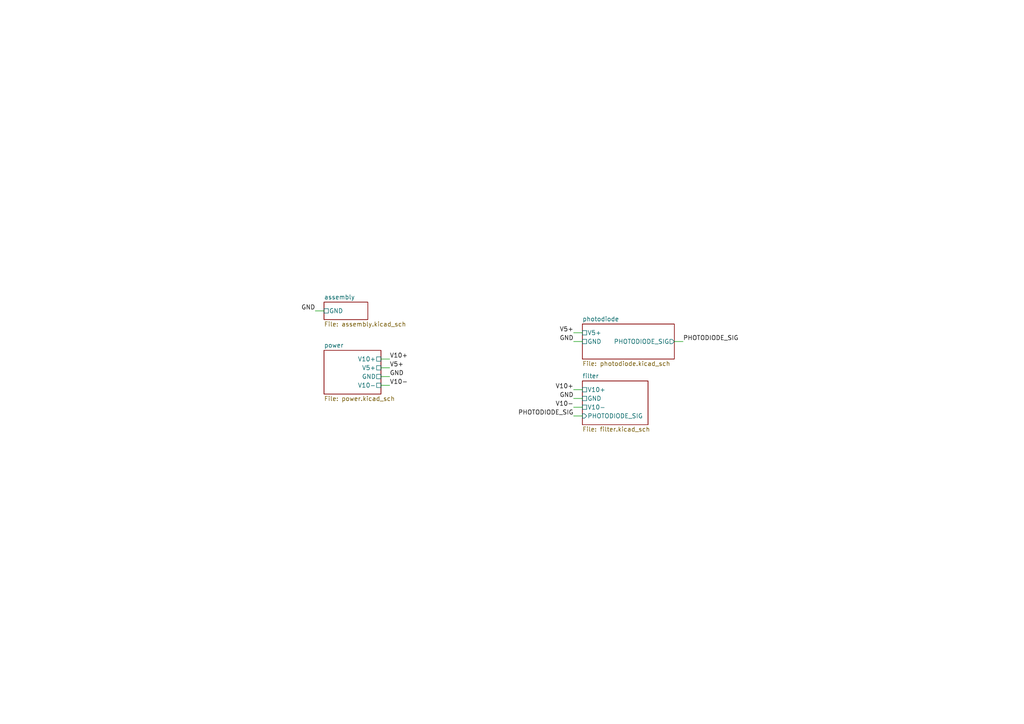
<source format=kicad_sch>
(kicad_sch
	(version 20250114)
	(generator "eeschema")
	(generator_version "9.0")
	(uuid "cc457ebc-4af6-4663-b19f-8cb38f061cb4")
	(paper "A4")
	(title_block
		(title "farseer_pcb")
		(date "2025-05-16")
		(rev "1.0")
		(company "Mechatronic Magic")
	)
	(lib_symbols)
	(wire
		(pts
			(xy 113.03 111.76) (xy 110.49 111.76)
		)
		(stroke
			(width 0)
			(type default)
		)
		(uuid "2b4a3680-fab7-40b3-b668-697acb6c3109")
	)
	(wire
		(pts
			(xy 166.37 120.65) (xy 168.91 120.65)
		)
		(stroke
			(width 0)
			(type default)
		)
		(uuid "36939090-ac24-4bfa-a908-1527821391d9")
	)
	(wire
		(pts
			(xy 166.37 99.06) (xy 168.91 99.06)
		)
		(stroke
			(width 0)
			(type default)
		)
		(uuid "414ec457-ea33-4ae6-b98b-2eb5f58c492e")
	)
	(wire
		(pts
			(xy 166.37 96.52) (xy 168.91 96.52)
		)
		(stroke
			(width 0)
			(type default)
		)
		(uuid "42967aeb-a6ac-4ad5-ad45-e7a31bb0ab4a")
	)
	(wire
		(pts
			(xy 113.03 109.22) (xy 110.49 109.22)
		)
		(stroke
			(width 0)
			(type default)
		)
		(uuid "6cd353c7-480c-40a6-aac4-778f3bd3a782")
	)
	(wire
		(pts
			(xy 166.37 118.11) (xy 168.91 118.11)
		)
		(stroke
			(width 0)
			(type default)
		)
		(uuid "79e3fb03-0d3a-4d2c-a4c9-7ea20ab0bb87")
	)
	(wire
		(pts
			(xy 91.44 90.17) (xy 93.98 90.17)
		)
		(stroke
			(width 0)
			(type default)
		)
		(uuid "a9fb6bbe-1d7c-4dc4-aaac-aab401bb0929")
	)
	(wire
		(pts
			(xy 166.37 113.03) (xy 168.91 113.03)
		)
		(stroke
			(width 0)
			(type default)
		)
		(uuid "b589c853-7fe1-4dd3-b1ff-0e18f985025f")
	)
	(wire
		(pts
			(xy 113.03 104.14) (xy 110.49 104.14)
		)
		(stroke
			(width 0)
			(type default)
		)
		(uuid "c10ebe96-8f6b-4077-89b7-6a7341c97967")
	)
	(wire
		(pts
			(xy 198.12 99.06) (xy 195.58 99.06)
		)
		(stroke
			(width 0)
			(type default)
		)
		(uuid "d65ae7b5-90b3-4776-950f-66dc7e03b322")
	)
	(wire
		(pts
			(xy 166.37 115.57) (xy 168.91 115.57)
		)
		(stroke
			(width 0)
			(type default)
		)
		(uuid "da383020-280b-4a48-ba63-45346206ef2f")
	)
	(wire
		(pts
			(xy 110.49 106.68) (xy 113.03 106.68)
		)
		(stroke
			(width 0)
			(type default)
		)
		(uuid "f4b7ae8f-1a5b-4f27-82fa-59fc8f630ccf")
	)
	(label "V10-"
		(at 113.03 111.76 0)
		(effects
			(font
				(size 1.27 1.27)
			)
			(justify left bottom)
		)
		(uuid "072bce24-532e-4348-aac5-047d9afc8621")
	)
	(label "GND"
		(at 113.03 109.22 0)
		(effects
			(font
				(size 1.27 1.27)
			)
			(justify left bottom)
		)
		(uuid "0aab090a-c8f2-4f45-86f2-c6083a341ad4")
	)
	(label "V10+"
		(at 166.37 113.03 180)
		(effects
			(font
				(size 1.27 1.27)
			)
			(justify right bottom)
		)
		(uuid "0d93d059-db9f-4e3b-a95f-596cbf7abb03")
	)
	(label "GND"
		(at 91.44 90.17 180)
		(effects
			(font
				(size 1.27 1.27)
			)
			(justify right bottom)
		)
		(uuid "1577ab84-c0fb-474e-a671-d41cfa3edc43")
	)
	(label "GND"
		(at 166.37 99.06 180)
		(effects
			(font
				(size 1.27 1.27)
			)
			(justify right bottom)
		)
		(uuid "37589146-3c6f-4a82-ab6b-65b09a9293be")
	)
	(label "V10+"
		(at 113.03 104.14 0)
		(effects
			(font
				(size 1.27 1.27)
			)
			(justify left bottom)
		)
		(uuid "395ca9bc-87c0-493b-a29d-2b6124087b91")
	)
	(label "V5+"
		(at 166.37 96.52 180)
		(effects
			(font
				(size 1.27 1.27)
			)
			(justify right bottom)
		)
		(uuid "5c88f9f7-47b8-4e09-b56a-a36aa2fc371a")
	)
	(label "V5+"
		(at 113.03 106.68 0)
		(effects
			(font
				(size 1.27 1.27)
			)
			(justify left bottom)
		)
		(uuid "5e070f7a-d5f8-41f4-b29f-a0d1d95dac61")
	)
	(label "PHOTODIODE_SIG"
		(at 198.12 99.06 0)
		(effects
			(font
				(size 1.27 1.27)
			)
			(justify left bottom)
		)
		(uuid "6ff0ddef-91ac-4840-95ef-86f89d66c298")
	)
	(label "GND"
		(at 166.37 115.57 180)
		(effects
			(font
				(size 1.27 1.27)
			)
			(justify right bottom)
		)
		(uuid "941ef4ab-fade-4eda-9893-9f3a019cafa4")
	)
	(label "PHOTODIODE_SIG"
		(at 166.37 120.65 180)
		(effects
			(font
				(size 1.27 1.27)
			)
			(justify right bottom)
		)
		(uuid "9b287e99-cd10-40bc-9093-fafc511f798b")
	)
	(label "V10-"
		(at 166.37 118.11 180)
		(effects
			(font
				(size 1.27 1.27)
			)
			(justify right bottom)
		)
		(uuid "c6e7128c-5bb7-4ce0-bb1d-6ca4a1bc4803")
	)
	(sheet
		(at 93.98 87.63)
		(size 12.7 5.08)
		(exclude_from_sim no)
		(in_bom yes)
		(on_board yes)
		(dnp no)
		(fields_autoplaced yes)
		(stroke
			(width 0.1524)
			(type solid)
		)
		(fill
			(color 0 0 0 0.0000)
		)
		(uuid "474094a0-f756-4a3b-83ef-1611abca3ce8")
		(property "Sheetname" "assembly"
			(at 93.98 86.9184 0)
			(effects
				(font
					(size 1.27 1.27)
				)
				(justify left bottom)
			)
		)
		(property "Sheetfile" "assembly.kicad_sch"
			(at 93.98 93.2946 0)
			(effects
				(font
					(size 1.27 1.27)
				)
				(justify left top)
			)
		)
		(pin "GND" passive
			(at 93.98 90.17 180)
			(uuid "cb8ce3b4-99d9-48ad-bfc0-738f1cfe448f")
			(effects
				(font
					(size 1.27 1.27)
				)
				(justify left)
			)
		)
		(instances
			(project "farseer_pcb"
				(path "/cc457ebc-4af6-4663-b19f-8cb38f061cb4"
					(page "6")
				)
			)
		)
	)
	(sheet
		(at 168.91 110.49)
		(size 19.05 12.7)
		(exclude_from_sim no)
		(in_bom yes)
		(on_board yes)
		(dnp no)
		(fields_autoplaced yes)
		(stroke
			(width 0.1524)
			(type solid)
		)
		(fill
			(color 0 0 0 0.0000)
		)
		(uuid "6cde90e6-6156-42e3-aaac-c45ad2bfab8b")
		(property "Sheetname" "filter"
			(at 168.91 109.7784 0)
			(effects
				(font
					(size 1.27 1.27)
				)
				(justify left bottom)
			)
		)
		(property "Sheetfile" "filter.kicad_sch"
			(at 168.91 123.7746 0)
			(effects
				(font
					(size 1.27 1.27)
				)
				(justify left top)
			)
		)
		(pin "V10-" passive
			(at 168.91 118.11 180)
			(uuid "c8228180-3ae6-4512-bb54-bfa9a7773468")
			(effects
				(font
					(size 1.27 1.27)
				)
				(justify left)
			)
		)
		(pin "PHOTODIODE_SIG" input
			(at 168.91 120.65 180)
			(uuid "2e86376a-c0db-4707-8f54-3ca99c99897e")
			(effects
				(font
					(size 1.27 1.27)
				)
				(justify left)
			)
		)
		(pin "V10+" passive
			(at 168.91 113.03 180)
			(uuid "978d394c-94cb-4763-82a4-7a0b06fa9610")
			(effects
				(font
					(size 1.27 1.27)
				)
				(justify left)
			)
		)
		(pin "GND" passive
			(at 168.91 115.57 180)
			(uuid "36472ed5-4ebb-4150-812a-c89d4ece761d")
			(effects
				(font
					(size 1.27 1.27)
				)
				(justify left)
			)
		)
		(instances
			(project "farseer_pcb"
				(path "/cc457ebc-4af6-4663-b19f-8cb38f061cb4"
					(page "3")
				)
			)
		)
	)
	(sheet
		(at 93.98 101.6)
		(size 16.51 12.7)
		(exclude_from_sim no)
		(in_bom yes)
		(on_board yes)
		(dnp no)
		(fields_autoplaced yes)
		(stroke
			(width 0.1524)
			(type solid)
		)
		(fill
			(color 0 0 0 0.0000)
		)
		(uuid "6d9b1002-85b6-4eae-b3fb-51bf0c35118b")
		(property "Sheetname" "power"
			(at 93.98 100.8884 0)
			(effects
				(font
					(size 1.27 1.27)
				)
				(justify left bottom)
			)
		)
		(property "Sheetfile" "power.kicad_sch"
			(at 93.98 114.8846 0)
			(effects
				(font
					(size 1.27 1.27)
				)
				(justify left top)
			)
		)
		(pin "GND" passive
			(at 110.49 109.22 0)
			(uuid "18c834e5-19a5-4f8f-9620-6fa33a838757")
			(effects
				(font
					(size 1.27 1.27)
				)
				(justify right)
			)
		)
		(pin "V5+" passive
			(at 110.49 106.68 0)
			(uuid "b91f9a2a-1acc-427e-bab3-5eddf0f36d24")
			(effects
				(font
					(size 1.27 1.27)
				)
				(justify right)
			)
		)
		(pin "V10+" passive
			(at 110.49 104.14 0)
			(uuid "cd2bc53f-4491-4c42-a1c9-75c708a561dc")
			(effects
				(font
					(size 1.27 1.27)
				)
				(justify right)
			)
		)
		(pin "V10-" passive
			(at 110.49 111.76 0)
			(uuid "2370be54-033e-4ec2-aafb-a06f11d6deb3")
			(effects
				(font
					(size 1.27 1.27)
				)
				(justify right)
			)
		)
		(instances
			(project "farseer_pcb"
				(path "/cc457ebc-4af6-4663-b19f-8cb38f061cb4"
					(page "2")
				)
			)
		)
	)
	(sheet
		(at 168.91 93.98)
		(size 26.67 10.16)
		(exclude_from_sim no)
		(in_bom yes)
		(on_board yes)
		(dnp no)
		(fields_autoplaced yes)
		(stroke
			(width 0.1524)
			(type solid)
		)
		(fill
			(color 0 0 0 0.0000)
		)
		(uuid "6f9841bf-b0ef-48ff-bf2c-2bd611c72bf3")
		(property "Sheetname" "photodiode"
			(at 168.91 93.2684 0)
			(effects
				(font
					(size 1.27 1.27)
				)
				(justify left bottom)
			)
		)
		(property "Sheetfile" "photodiode.kicad_sch"
			(at 168.91 104.7246 0)
			(effects
				(font
					(size 1.27 1.27)
				)
				(justify left top)
			)
		)
		(pin "V5+" passive
			(at 168.91 96.52 180)
			(uuid "9f1edf39-f90d-4de3-b039-3979c8982c56")
			(effects
				(font
					(size 1.27 1.27)
				)
				(justify left)
			)
		)
		(pin "GND" passive
			(at 168.91 99.06 180)
			(uuid "21fa3cd5-ec40-470f-9613-0ad637138a34")
			(effects
				(font
					(size 1.27 1.27)
				)
				(justify left)
			)
		)
		(pin "PHOTODIODE_SIG" output
			(at 195.58 99.06 0)
			(uuid "10472543-e76e-4298-957e-2eb38ace26e4")
			(effects
				(font
					(size 1.27 1.27)
				)
				(justify right)
			)
		)
		(instances
			(project "farseer_pcb"
				(path "/cc457ebc-4af6-4663-b19f-8cb38f061cb4"
					(page "4")
				)
			)
		)
	)
	(sheet_instances
		(path "/"
			(page "1")
		)
	)
	(embedded_fonts no)
)

</source>
